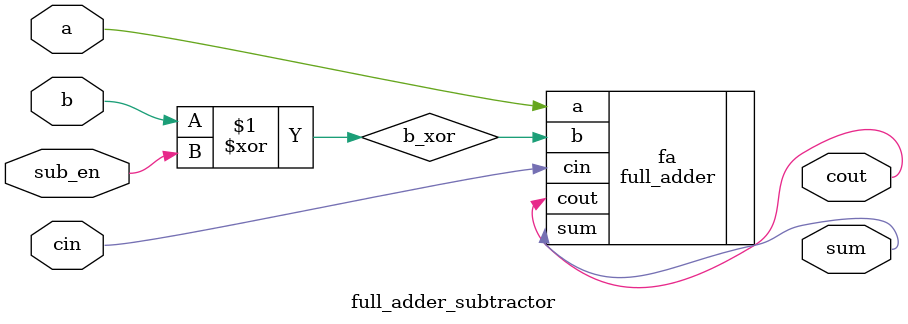
<source format=v>
module full_adder_subtractor(
	output sum,
	output cout,
	input a,
	input b,
	input cin,
	input sub_en);

	wire b_xor;

	assign b_xor = b ^ sub_en; 

 	full_adder fa(
		.sum(sum),
		.cout(cout),
		.a(a),
		.b(b_xor),
		.cin(cin));

endmodule
</source>
